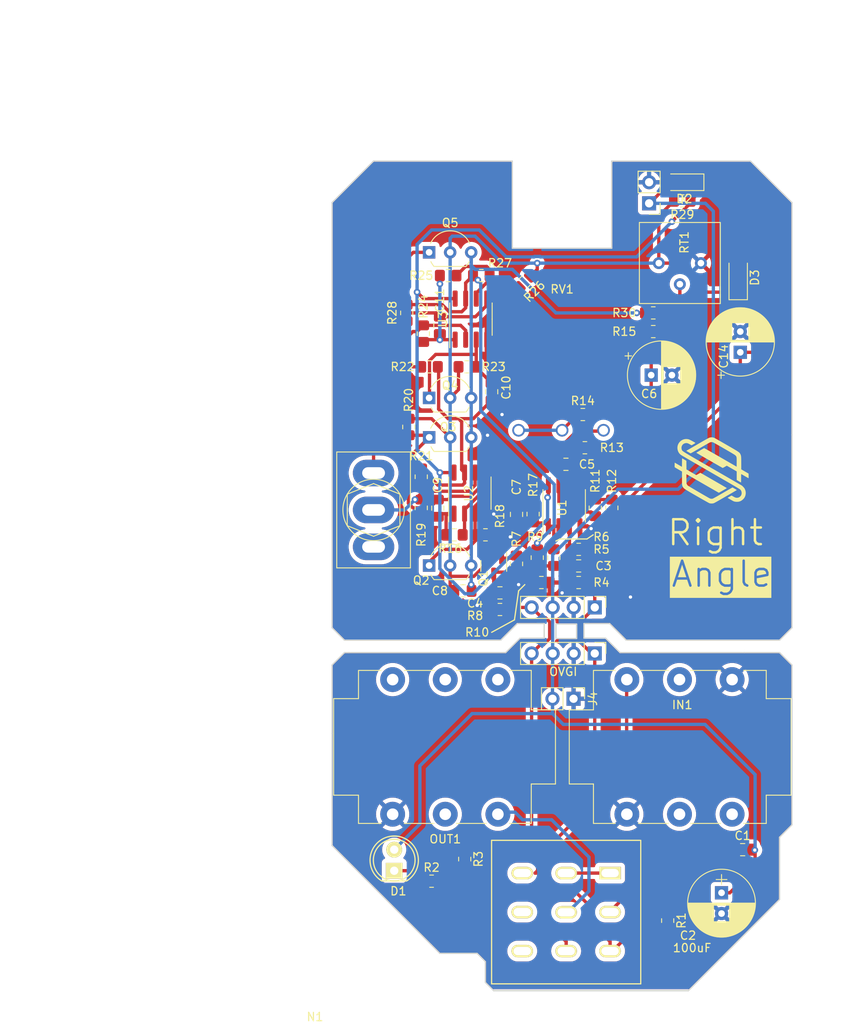
<source format=kicad_pcb>
(kicad_pcb (version 20221018) (generator pcbnew)
  (layers (0 "F.Cu" signal) (31 "B.Cu" signal) (34 "B.Paste" user) (35 "F.Paste" user) (36 "B.SilkS" user "B.Silkscreen") (37 "F.SilkS" user "F.Silkscreen") (38 "B.Mask" user) (39 "F.Mask" user) (44 "Edge.Cuts" user))
  (net 0 "")
  (net 1 "GND")
  (net 2 "+9V")
  (net 3 "Net-(D1-K)")
  (net 4 "O")
  (net 5 "I")
  (net 6 "Net-(SW1C-C)")
  (net 7 "Net-(C3-Pad1)")
  (net 8 "Net-(U1A-+)")
  (net 9 "Net-(Q1-C)")
  (net 10 "Net-(C5-Pad1)")
  (net 11 "Net-(U1B--)")
  (net 12 "Net-(C6-Pad1)")
  (net 13 "Net-(U1A--)")
  (net 14 "Net-(Q2-D)")
  (net 15 "VB")
  (net 16 "VR")
  (net 17 "Net-(C9-Pad1)")
  (net 18 "Net-(Q3-D)")
  (net 19 "Net-(C10-Pad1)")
  (net 20 "Net-(Q4-D)")
  (net 21 "Net-(Q5-D)")
  (net 22 "Net-(D2-K)")
  (net 23 "Net-(Q1-B)")
  (net 24 "Net-(R27-Pad2)")
  (net 25 "Net-(U1B-+)")
  (net 26 "Net-(U2A--)")
  (net 27 "Net-(SW2-B)")
  (net 28 "Net-(U3B--)")
  (net 29 "Net-(SW2-A)")
  (net 30 "Net-(R30-Pad1)")
  (net 31 "Net-(SW99A-B)")
  (net 32 "Net-(SW99B-B)")
  (net 40 "Net-(SW99A-A)")
  (net 41 "Net-(U3A--)")
  (net 42 "Net-(R14-Pad1)")
  (net 43 "Net-(C11-Pad1)")
  (footprint "KiCad Lib:3PDT-Footswitch" (layer "F.Cu") (at 143.25 142.525 180)
    (fp_text reference "SW99" hide)
    (fp_text value "SW_3PDT" hide)
  )
  (footprint "Connector_Audio:Jack_6.35mm_Neutrik_NMJ6HCD2_Horizontal" (layer "F.Cu") (at 135.01 130.73 180)
    (fp_text reference "OUT1")
    (fp_text value "NMJ6HCD2")
  )
  (footprint "Connector_PinHeader_2.54mm:PinHeader_1x02_P2.54mm_Vertical" (layer "F.Cu") (at 153.26 57.09 180)
    (fp_text reference "J1" hide)
    (fp_text value "V+ GND")
  )
  (footprint "Pin_Headers:Pin_Header_Straight_1x04_Pitch2.54mm" (layer "F.Cu") (at 146.7 111.35 -90)
    (fp_text reference "JOVGI1" hide)
    (fp_text value "OVGI")
  )
  (footprint "Pin_Headers:Pin_Header_Straight_1x04_Pitch2.54mm" (layer "F.Cu") (at 146.7 105.8 -90)
    (fp_text reference "JOVGI2" hide)
    (fp_text value "OVGI" hide)
  )
  (footprint "Capacitors_THT:CP_Radial_D8.0mm_P2.50mm" (layer "F.Cu") (at 162 140.2 -90)
    (fp_text reference "C2")
    (fp_text value "100uF")
  )
  (footprint "LEDs:LED-5MM" (layer "F.Cu") (at 122.5 137.54 90)
    (fp_text reference "D1")
    (fp_text value "LED" hide)
  )
  (footprint "Resistor_SMD:R_0805_2012Metric" (layer "F.Cu") (at 155.5 143.55 -90)
    (fp_text reference "R1")
    (fp_text value "1M")
  )
  (footprint "Resistor_SMD:R_0805_2012Metric" (layer "F.Cu") (at 127.01 138.8)
    (fp_text reference "R2")
    (fp_text value "1K")
  )
  (footprint "Resistor_SMD:R_0805_2012Metric" (layer "F.Cu") (at 131.01 136.1375 -90)
    (fp_text reference "R3")
    (fp_text value "1M")
  )
  (footprint "Capacitor_SMD:C_0805_2012Metric_Pad1.18x1.45mm_HandSolder" (layer "F.Cu") (at 164.5475 135)
    (fp_text reference "C1")
    (fp_text value "100nF")
  )
  (footprint "Connector_PinHeader_2.54mm:PinHeader_1x02_P2.54mm_Vertical" (layer "F.Cu") (at 144.14 116.81 -90)
    (fp_text reference "J4")
    (fp_text value "V+ GND")
  )
  (footprint "Connector_Audio:Jack_6.35mm_Neutrik_NMJ6HCD2_Horizontal" (layer "F.Cu") (at 150.575 114.5)
    (fp_text reference "IN1")
    (fp_text value "NMJ6HCD2")
  )
  (footprint "Resistor_SMD:R_0805_2012Metric_Pad1.20x1.40mm_HandSolder" (layer "F.Cu") (at 124.01 70.3 -90)
    (fp_text reference "R28")
    (fp_text value "27K")
  )
  (footprint "Resistor_SMD:R_0805_2012Metric_Pad1.20x1.40mm_HandSolder" (layer "F.Cu") (at 133.01 65.8 180)
    (fp_text reference "R27")
    (fp_text value "10K")
  )
  (footprint "Resistor_SMD:R_0805_2012Metric_Pad1.20x1.40mm_HandSolder" (layer "F.Cu") (at 146.76 93.8 -90)
    (fp_text reference "R11")
    (fp_text value "470K")
  )
  (footprint "Resistor_SMD:R_0805_2012Metric_Pad1.20x1.40mm_HandSolder" (layer "F.Cu") (at 139.76 99.8 -90)
    (fp_text reference "R9")
    (fp_text value "150K")
  )
  (footprint "Capacitor_SMD:C_0805_2012Metric_Pad1.18x1.45mm_HandSolder" (layer "F.Cu") (at 137.26 94.5875 90)
    (fp_text reference "C7")
    (fp_text value "47n")
  )
  (footprint "Resistor_SMD:R_0805_2012Metric_Pad1.20x1.40mm_HandSolder" (layer "F.Cu") (at 144.76 102.8 180)
    (fp_text reference "R4")
    (fp_text value "10K")
  )
  (footprint "Resistor_SMD:R_0805_2012Metric_Pad1.20x1.40mm_HandSolder" (layer "F.Cu") (at 125.76 90.05 90)
    (fp_text reference "R21")
    (fp_text value "10K")
  )
  (footprint "Pedal-Components:tkw" (layer "F.Cu") (at 160.76 89.3)
    (fp_text reference "G***" hide)
    (fp_text value "LOGO" hide)
  )
  (footprint "Resistor_SMD:R_0805_2012Metric_Pad1.20x1.40mm_HandSolder" (layer "F.Cu") (at 153.76 72.55)
    (fp_text reference "R15")
    (fp_text value "3M9")
  )
  (footprint "Pedal-Components:Potentiometer_ALPHA_RV16106N" (layer "F.Cu") (at 142.76 67.945832)
    (fp_text reference "RV1")
    (fp_text value "500KC")
  )
  (footprint "Resistor_SMD:R_0805_2012Metric_Pad1.20x1.40mm_HandSolder" (layer "F.Cu") (at 129.76 97.05 180)
    (fp_text reference "R16")
    (fp_text value "10K")
  )
  (footprint "Package_TO_SOT_THT:TO-92L_Inline_Wide" (layer "F.Cu") (at 126.71 80.55)
    (fp_text reference "Q4")
    (fp_text value "2N5457")
  )
  (footprint "Capacitor_SMD:C_0805_2012Metric_Pad1.18x1.45mm_HandSolder" (layer "F.Cu") (at 143.2225 88.55)
    (fp_text reference "C5")
    (fp_text value "10n")
  )
  (footprint "Package_TO_SOT_THT:TO-92L_Inline_Wide" (layer "F.Cu") (at 126.71 100.75)
    (fp_text reference "Q2")
    (fp_text value "2N5457")
  )
  (footprint "Diode_SMD:D_SOD-123" (layer "F.Cu") (at 157.51 54.55 180)
    (fp_text reference "D2")
    (fp_text value "1N5817")
  )
  (footprint "Package_TO_SOT_THT:TO-92L_Inline_Wide" (layer "F.Cu") (at 126.72 85.3)
    (fp_text reference "Q3")
    (fp_text value "2N5457")
  )
  (footprint "Capacitor_THT:CP_Radial_D8.0mm_P2.50mm" (layer "F.Cu") (at 164.26 75.05 90)
    (fp_text reference "C14")
    (fp_text value "22u")
  )
  (footprint "Resistor_SMD:R_0805_2012Metric_Pad1.20x1.40mm_HandSolder" (layer "F.Cu") (at 140.26 102.8 180)
    (fp_text reference "R10")
    (fp_text value "56K")
  )
  (footprint "Resistor_SMD:R_0805_2012Metric_Pad1.20x1.40mm_HandSolder" (layer "F.Cu") (at 139.26 94.55 90)
    (fp_text reference "R17")
    (fp_text value "10K")
  )
  (footprint "Capacitor_SMD:C_0805_2012Metric_Pad1.18x1.45mm_HandSolder" (layer "F.Cu") (at 135.26 104.05)
    (fp_text reference "C4")
    (fp_text value "47n")
  )
  (footprint "Pedal-Components:SW_Toggle_Blue_wSlots" (layer "F.Cu") (at 120.01 94.05 -90)
    (fp_text reference "SW2" hide)
    (fp_text value "SW_SPST")
  )
  (footprint "Package_TO_SOT_SMD:SOT-23" (layer "F.Cu") (at 134.51 100.8 -90)
    (fp_text reference "Q1")
    (fp_text value "MMBT3906")
  )
  (footprint "Diode_SMD:D_MiniMELF" (layer "F.Cu") (at 164.01 66.05 90)
    (fp_text reference "D3")
    (fp_text value "5V1")
  )
  (footprint "Resistor_SMD:R_0805_2012Metric_Pad1.20x1.40mm_HandSolder" (layer "F.Cu") (at 145.51 86.55)
    (fp_text reference "R13")
    (fp_text value "150K")
  )
  (footprint "Resistor_SMD:R_0805_2012Metric_Pad1.20x1.40mm_HandSolder" (layer "F.Cu") (at 131.26 76.8)
    (fp_text reference "R23")
    (fp_text value "22K")
  )
  (footprint "Resistor_SMD:R_0805_2012Metric_Pad1.20x1.40mm_HandSolder" (layer "F.Cu") (at 135.26 106.05)
    (fp_text reference "R8")
    (fp_text value "150K")
  )
  (footprint "Package_TO_SOT_THT:TO-92L_Inline_Wide" (layer "F.Cu") (at 126.71 63)
    (fp_text reference "Q5")
    (fp_text value "2N5457")
  )
  (footprint "Resistor_SMD:R_0805_2012Metric_Pad1.20x1.40mm_HandSolder" (layer "F.Cu") (at 157.26 56.8 180)
    (fp_text reference "R29")
    (fp_text value "10K")
  )
  (footprint "Package_SO:SOIC-8_3.9x4.9mm_P1.27mm" (layer "F.Cu") (at 131.76 71.05 90)
    (fp_text reference "U3")
    (fp_text value "TL072")
  )
  (footprint "Resistor_SMD:R_0805_2012Metric_Pad1.20x1.40mm_HandSolder" (layer "F.Cu") (at 148.76 93.8 90)
    (fp_text reference "R12")
    (fp_text value "150K")
  )
  (footprint "Resistor_SMD:R_0805_2012Metric_Pad1.20x1.40mm_HandSolder" (layer "F.Cu") (at 138.26 66.55 -135)
    (fp_text reference "R26")
    (fp_text value "22K")
  )
  (footprint "Resistor_SMD:R_0805_2012Metric_Pad1.20x1.40mm_HandSolder" (layer "F.Cu") (at 153.76 70.3 180)
    (fp_text reference "R30")
    (fp_text value "10K")
  )
  (footprint "Resistor_SMD:R_0805_2012Metric_Pad1.20x1.40mm_HandSolder" (layer "F.Cu") (at 126.76 76.8 180)
    (fp_text reference "R22")
    (fp_text value "10K")
  )
  (footprint "Resistor_SMD:R_0805_2012Metric_Pad1.20x1.40mm_HandSolder" (layer "F.Cu") (at 133.51 97.05 180)
    (fp_text reference "R18")
    (fp_text value "22K")
  )
  (footprint "Capacitor_SMD:C_0805_2012Metric_Pad1.18x1.45mm_HandSolder" (layer "F.Cu") (at 134.26 79.8 90)
    (fp_text reference "C10")
    (fp_text value "47n")
  )
  (footprint "Package_SO:SOIC-8_3.9x4.9mm_P1.27mm" (layer "F.Cu") (at 131.625 92.025 90)
    (fp_text reference "U2")
    (fp_text value "TL072")
  )
  (footprint "Capacitor_SMD:C_0805_2012Metric_Pad1.18x1.45mm_HandSolder" (layer "F.Cu") (at 127.76 93.8375 90)
    (fp_text reference "C9")
    (fp_text value "47n")
  )
  (footprint "Potentiometer_THT:Potentiometer_Bourns_3386P_Vertical" (layer "F.Cu") (at 154.43 64.3 -90)
    (fp_text reference "RT1")
    (fp_text value "250K")
  )
  (footprint "Pedal-Components:1590B" (layer "F.Cu") (at 112.94 154.659085)
    (fp_text reference "N1")
    (fp_text value "Housing")
  )
  (footprint "Capacitor_SMD:C_0805_2012Metric_Pad1.18x1.45mm_HandSolder" (layer "F.Cu") (at 128.01 71.8 90)
    (fp_text reference "C11")
    (fp_text value "47n")
  )
  (footprint "Resistor_SMD:R_0805_2012Metric_Pad1.20x1.40mm_HandSolder" (layer "F.Cu") (at 144.76 98.8)
    (fp_text reference "R5")
    (fp_text value "470K")
  )
  (footprint "Capacitor_THT:CP_Radial_D8.0mm_P2.50mm" (layer "F.Cu") (at 153.51 77.8)
    (fp_text reference "C6")
    (fp_text value "15u")
  )
  (footprint "Resistor_SMD:R_0805_2012Metric_Pad1.20x1.40mm_HandSolder" (layer "F.Cu") (at 126.01 72.8 -90)
    (fp_text reference "R24")
    (fp_text value "10K")
  )
  (footprint "Resistor_SMD:R_0805_2012Metric_Pad1.20x1.40mm_HandSolder" (layer "F.Cu") (at 141.76 99.8 -90)
    (fp_text reference "R6")
    (fp_text value "150K")
  )
  (footprint "Capacitor_SMD:C_0805_2012Metric_Pad1.18x1.45mm_HandSolder" (layer "F.Cu") (at 130.7975 103.8)
    (fp_text reference "C8")
    (fp_text value "47n")
  )
  (footprint "Resistor_SMD:R_0805_2012Metric_Pad1.20x1.40mm_HandSolder" (layer "F.Cu") (at 137.26 100.55 -90)
    (fp_text reference "R7")
    (fp_text value "150K")
  )
  (footprint "Resistor_SMD:R_0805_2012Metric_Pad1.20x1.40mm_HandSolder" (layer "F.Cu") (at 124.26 84.05 -90)
    (fp_text reference "R20")
    (fp_text value "22K")
  )
  (footprint "Capacitor_SMD:C_0805_2012Metric_Pad1.18x1.45mm_HandSolder" (layer "F.Cu") (at 144.76 100.8 180)
    (fp_text reference "C3")
    (fp_text value "10n")
  )
  (footprint "Resistor_SMD:R_0805_2012Metric_Pad1.20x1.40mm_HandSolder" (layer "F.Cu") (at 129.01 65.8)
    (fp_text reference "R25")
    (fp_text value "10K")
  )
  (footprint "Resistor_SMD:R_0805_2012Metric_Pad1.20x1.40mm_HandSolder" (layer "F.Cu") (at 145.26 82.55)
    (fp_text reference "R14")
    (fp_text value "4K7")
  )
  (footprint "Package_SO:SOIC-8_3.9x4.9mm_P1.27mm" (layer "F.Cu") (at 143.01 93.55 90)
    (fp_text reference "U1")
    (fp_text value "TL072")
  )
  (footprint "Resistor_SMD:R_0805_2012Metric_Pad1.20x1.40mm_HandSolder" (layer "F.Cu") (at 125.76 93.8 90)
    (fp_text reference "R19")
    (fp_text value "10K")
  )
  (gr_line (start 137.01 107.3) (end 137.51 103.8) (stroke (width 0.15)) (layer "F.SilkS"))
  (gr_line (start 142.51 97.55) (end 142.01 97.8) (stroke (width 0.15)) (layer "F.SilkS"))
  (gr_line (start 134.26 108.8) (end 137.01 107.3) (stroke (width 0.15)) (layer "F.SilkS"))
  (gr_line (start 145.76 97.55) (end 142.51 97.55) (stroke (width 0.15)) (layer "F.SilkS"))
  (gr_line (start 146.51 97.05) (end 145.76 97.55) (stroke (width 0.15)) (layer "F.SilkS"))
  (gr_line (start 137.51 103.8) (end 138.26 103.05) (stroke (width 0.15)) (layer "F.SilkS"))
  (gr_line (start 145.4 107.75) (end 148.5 107.75) (stroke (width 0.15)) (layer "Edge.Cuts"))
  (gr_line (start 137.7 109.5) (end 140.6 109.5) (stroke (width 0.15)) (layer "Edge.Cuts"))
  (gr_line (start 128 147.5) (end 127 146.5) (stroke (width 0.15)) (layer "Edge.Cuts"))
  (gr_line (start 115 134.5) (end 115 121) (stroke (width 0.15)) (layer "Edge.Cuts"))
  (gr_line (start 135.35 109.75) (end 116.5 109.75) (stroke (width 0.15)) (layer "Edge.Cuts"))
  (gr_line (start 145.4 109.5) (end 148 109.5) (stroke (width 0.15)) (layer "Edge.Cuts"))
  (gr_line (start 148.75 62.5) (end 148.75 52) (stroke (width 0.15)) (layer "Edge.Cuts"))
  (gr_line (start 127 146.5) (end 115 134.5) (stroke (width 0.15)) (layer "Edge.Cuts"))
  (gr_line (start 115 57) (end 115 108.25) (stroke (width 0.15)) (layer "Edge.Cuts"))
  (gr_line (start 169 141) (end 158 152) (stroke (width 0.15)) (layer "Edge.Cuts"))
  (gr_line (start 133.5 151) (end 133.5 148.5) (stroke (width 0.15)) (layer "Edge.Cuts"))
  (gr_line (start 149.75 111.25) (end 164.75 111.25) (stroke (width 0.15)) (layer "Edge.Cuts"))
  (gr_line (start 148.5 107.75) (end 150.5 109.75) (stroke (width 0.15)) (layer "Edge.Cuts"))
  (gr_line (start 165.5 52) (end 170.5 57) (stroke (width 0.15)) (layer "Edge.Cuts"))
  (gr_line (start 169 109.75) (end 170.5 108.25) (stroke (width 0.15)) (layer "Edge.Cuts"))
  (gr_line (start 169 133.5) (end 170.5 132) (stroke (width 0.15)) (layer "Edge.Cuts"))
  (gr_line (start 116.5 109.75) (end 115 108.25) (stroke (width 0.15)) (layer "Edge.Cuts"))
  (gr_line (start 140.6 107.75) (end 140.6 109.5) (stroke (width 0.15)) (layer "Edge.Cuts"))
  (gr_line (start 137.35 107.75) (end 135.35 109.75) (stroke (width 0.15)) (layer "Edge.Cuts"))
  (gr_line (start 115 57) (end 120 52) (stroke (width 0.15)) (layer "Edge.Cuts"))
  (gr_line (start 170.5 85) (end 170.5 57) (stroke (width 0.15)) (layer "Edge.Cuts"))
  (gr_line (start 136.75 62.5) (end 148.75 62.5) (stroke (width 0.15)) (layer "Edge.Cuts"))
  (gr_line (start 136.75 52) (end 120 52) (stroke (width 0.15)) (layer "Edge.Cuts"))
  (gr_line (start 170.5 112.75) (end 169 111.25) (stroke (width 0.15)) (layer "Edge.Cuts"))
  (gr_line (start 135.95 111.25) (end 117 111.25) (stroke (width 0.15)) (layer "Edge.Cuts"))
  (gr_line (start 134.5 152) (end 158 152) (stroke (width 0.15)) (layer "Edge.Cuts"))
  (gr_line (start 116.5 109.75) (end 116.5 109.75) (stroke (width 0.15)) (layer "Edge.Cuts"))
  (gr_line (start 137.7 109.5) (end 135.95 111.25) (stroke (width 0.15)) (layer "Edge.Cuts"))
  (gr_line (start 169 133.5) (end 169 141) (stroke (width 0.15)) (layer "Edge.Cuts"))
  (gr_line (start 170.5 108.25) (end 170.5 85) (stroke (width 0.15)) (layer "Edge.Cuts"))
  (gr_line (start 136.75 52) (end 136.75 62.5) (stroke (width 0.15)) (layer "Edge.Cuts"))
  (gr_line (start 134.5 152) (end 133.5 151) (stroke (width 0.15)) (layer "Edge.Cuts"))
  (gr_line (start 133.5 148.5) (end 132.5 147.5) (stroke (width 0.15)) (layer "Edge.Cuts"))
  (gr_line (start 115 112.75) (end 115 121) (stroke (width 0.15)) (layer "Edge.Cuts"))
  (gr_line (start 148.75 52) (end 165.5 52) (stroke (width 0.15)) (layer "Edge.Cuts"))
  (gr_line (start 132.5 147.5) (end 128.5 147.5) (stroke (width 0.15)) (layer "Edge.Cuts"))
  (gr_line (start 145.4 107.75) (end 145.4 109.5) (stroke (width 0.15)) (layer "Edge.Cuts"))
  (gr_line (start 169 111.25) (end 164.75 111.25) (stroke (width 0.15)) (layer "Edge.Cuts"))
  (gr_line (start 116.5 111.25) (end 115 112.75) (stroke (width 0.15)) (layer "Edge.Cuts"))
  (gr_rect (start 142.01 107.8) (end 144.51 109.55) (stroke (width 0.15)) (fill none) (layer "Edge.Cuts"))
  (gr_line (start 148 109.5) (end 149.75 111.25) (stroke (width 0.15)) (layer "Edge.Cuts"))
  (gr_line (start 170.5 132) (end 170.5 112.75) (stroke (width 0.15)) (layer "Edge.Cuts"))
  (gr_line (start 128.5 147.5) (end 128 147.5) (stroke (width 0.15)) (layer "Edge.Cuts"))
  (gr_line (start 137.35 107.75) (end 140.6 107.75) (stroke (width 0.15)) (layer "Edge.Cuts"))
  (gr_line (start 150.5 109.75) (end 169 109.75) (stroke (width 0.15)) (layer "Edge.Cuts"))
  (gr_line (start 117 111.25) (end 116.5 111.25) (stroke (width 0.15)) (layer "Edge.Cuts"))
  (gr_text "Right" (at 155.26 98.55) (layer "F.SilkS") (effects (font (size 3 3) (thickness 0.3)) (justify left bottom)))
  (gr_text "Angle" (at 155.76 103.55) (layer "F.SilkS" knockout) (effects (font (size 3 3) (thickness 0.3)) (justify left bottom)))
  (via (at 151.01 104.55) (size 0.8) (drill 0.4) (layers "F.Cu" "B.Cu") (net 1))
  (via (at 146.26 96.3) (size 0.8) (drill 0.4) (layers "F.Cu" "B.Cu") (net 1))
  (via (at 142.76 104.05) (size 0.8) (drill 0.4) (layers "F.Cu" "B.Cu") (net 1))
  (via (at 137.51 103.05) (size 0.8) (drill 0.4) (layers "F.Cu" "B.Cu") (net 1))
  (via (at 134.51 94.55) (size 0.8) (drill 0.4) (layers "F.Cu" "B.Cu") (net 1))
  (via (at 135.51 82.55) (size 0.8) (drill 0.4) (layers "F.Cu" "B.Cu") (net 1))
  (via (at 136.51 97.3) (size 0.8) (drill 0.4) (layers "F.Cu" "B.Cu") (net 1))
  (via (at 133.76 85.05) (size 0.8) (drill 0.4) (layers "F.Cu" "B.Cu") (net 1))
  (via (at 132.51 105.55) (size 0.8) (drill 0.4) (layers "F.Cu" "B.Cu") (net 1))
  (segment (start 162 140.2) (end 163 140.2) (width 0.4) (layer "F.Cu") (net 2))
  (segment (start 166.01 135.05) (end 166.05 135.01) (width 0.4) (layer "F.Cu") (net 2))
  (segment (start 163 140.2) (end 166.05 137.15) (width 0.4) (layer "F.Cu") (net 2))
  (segment (start 166.05 137.15) (end 166.05 135.09) (width 0.4) (layer "F.Cu") (net 2))
  (segment (start 153.32 57.09) (end 155.86 54.55) (width 0.4) (layer "F.Cu") (net 2))
  (segment (start 166.05 135.01) (end 166.05 135) (width 0.4) (layer "F.Cu") (net 2))
  (segment (start 166.05 135.09) (end 166.01 135.05) (width 0.4) (layer "F.Cu") (net 2))
  (via (at 166.01 135.05) (size 0.8) (drill 0.4) (layers "F.Cu" "B.Cu") (net 2))
  (segment (start 161.01 58.05) (end 161.01 87.3) (width 0.4) (layer "B.Cu") (net 2))
  (segment (start 153.26 57.09) (end 160.05 57.09) (width 0.4) (layer "B.Cu") (net 2))
  (segment (start 125.6 131.9) (end 122.5 135) (width 0.4) (layer "B.Cu") (net 2))
  (segment (start 141.6 118.6) (end 142.9 119.9) (width 0.4) (layer "B.Cu") (net 2))
  (segment (start 131.9 118.6) (end 125.6 124.9) (width 0.4) (layer "B.Cu") (net 2))
  (segment (start 149.51 91.55) (end 141.62 99.44) (width 0.4) (layer "B.Cu") (net 2))
  (segment (start 141.62 111.35) (end 141.62 112.552081) (width 0.4) (layer "B.Cu") (net 2))
  (segment (start 141.6 112.572081) (end 141.6 118.1) (width 0.4) (layer "B.Cu") (net 2))
  (segment (start 160 119.9) (end 166.05 125.95) (width 0.4) (layer "B.Cu") (net 2))
  (segment (start 160.05 57.09) (end 161.01 58.05) (width 0.4) (layer "B.Cu") (net 2))
  (segment (start 141.6 118.1) (end 141.6 118.6) (width 0.4) (layer "B.Cu") (net 2))
  (segment (start 125.6 124.9) (end 125.6 131.9) (width 0.4) (layer "B.Cu") (net 2))
  (segment (start 141.62 99.44) (end 141.62 105.8) (width 0.4) (layer "B.Cu") (net 2))
  (segment (start 141.6 116.81) (end 141.6 118.1) (width 0.4) (layer "B.Cu") (net 2))
  (segment (start 142.9 119.9) (end 160 119.9) (width 0.4) (layer "B.Cu") (net 2))
  (segment (start 141.62 112.552081) (end 141.6 112.572081) (width 0.4) (layer "B.Cu") (net 2))
  (segment (start 141.62 105.8) (end 141.62 111.35) (width 0.4) (layer "B.Cu") (net 2))
  (segment (start 166.05 125.95) (end 166.05 135) (width 0.4) (layer "B.Cu") (net 2))
  (segment (start 156.76 91.55) (end 149.51 91.55) (width 0.4) (layer "B.Cu") (net 2))
  (segment (start 161.01 87.3) (end 156.76 91.55) (width 0.4) (layer "B.Cu") (net 2))
  (segment (start 141.6 118.6) (end 131.9 118.6) (width 0.4) (layer "B.Cu") (net 2))
  (segment (start 124.8375 137.54) (end 122.5 137.54) (width 0.4) (layer "F.Cu") (net 3))
  (segment (start 126.0975 138.8) (end 124.8375 137.54) (width 0.4) (layer "F.Cu") (net 3))
  (segment (start 139.08 111.35) (end 139.08 132.92) (width 0.4) (layer "F.Cu") (net 4))
  (segment (start 140.13 110.3) (end 139.08 111.35) (width 0.4) (layer "F.Cu") (net 4))
  (segment (start 140.76 107.05) (end 141.26 107.55) (width 0.4) (layer "F.Cu") (net 4))
  (segment (start 141.26 109.55) (end 140.51 110.3) (width 0.4) (layer "F.Cu") (net 4))
  (segment (start 139.08 105.8) (end 140.33 107.05) (width 0.4) (layer "F.Cu") (net 4))
  (segment (start 140.6 143.425) (end 143.25 146.075) (width 0.4) (layer "F.Cu") (net 4))
  (segment (start 141.26 107.55) (end 141.26 109.55) (width 0.4) (layer "F.Cu") (net 4))
  (segment (start 136.98 135.02) (end 131 135.02) (width 0.4) (layer "F.Cu") (net 4))
  (segment (start 139.08 132.92) (end 136.98 135.02) (width 0.4) (layer "F.Cu") (net 4))
  (segment (start 140.33 107.05) (end 140.76 107.05) (width 0.4) (layer "F.Cu") (net 4))
  (segment (start 140.51 110.3) (end 140.13 110.3) (width 0.4) (layer "F.Cu") (net 4))
  (segment (start 131.22 135.02) (end 136.4 140.2) (width 0.4) (layer "F.Cu") (net 4))
  (segment (start 143.25 146.075) (end 143.25 147.225) (width 0.4) (layer "F.Cu") (net 4))
  (segment (start 139.08 105.8) (end 136.51 105.8) (width 0.4) (layer "F.Cu") (net 4))
  (segment (start 140.6 141.6) (end 140.6 143.425) (width 0.4) (layer "F.Cu") (net 4))
  (segment (start 136.2975 104.05) (end 136.2975 106.0125) (width 0.4) (layer "F.Cu") (net 4))
  (segment (start 139.2 140.2) (end 140.6 141.6) (width 0.4) (layer "F.Cu") (net 4))
  (segment (start 136.4 140.2) (end 139.2 140.2) (width 0.4) (layer "F.Cu") (net 4))
  (segment (start 148.55 146.075) (end 145.9 143.425) (width 0.4) (layer "F.Cu") (net 5))
  (segment (start 148.55 147.225) (end 148.55 146.075) (width 0.4) (layer "F.Cu") (net 5))
  (segment (start 155.5 142.6375) (end 153.4225 142.6375) (width 0.4) (layer "F.Cu") (net 5))
  (segment (start 146.7 111.35) (end 146.7 122.94) (width 0.4) (layer "F.Cu") (net 5))
  (segment (start 141.6 140.1) (end 140.5 139) (width 0.4) (layer "F.Cu") (net 5))
  (segment (start 145 130.8) (end 145 124.64) (width 0.4) (layer "F.Cu") (net 5))
  (segment (start 146.7 103.74) (end 145.76 102.8) (width 0.4) (layer "F.Cu") (net 5))
  (segment (start 139.8 137.525) (end 139.8 136) (width 0.4) (layer "F.Cu") (net 5))
  (segment (start 145 124.64) (end 146.7 122.94) (width 0.4) (layer "F.Cu") (net 5))
  (segment (start 145.01 110.05) (end 146.31 111.35) (width 0.4) (layer "F.Cu") (net 5))
  (segment (start 139.825 137.825) (end 139.5 137.825) (width 0.4) (layer "F.Cu") (net 5))
  (segment (start 139.8 136) (end 145 130.8) (width 0.4) (layer "F.Cu") (net 5))
  (segment (start 140.5 138.5) (end 139.825 137.825) (width 0.4) (layer "F.Cu") (net 5))
  (segment (start 146.7 105.8) (end 145.01 107.49) (width 0.4) (layer "F.Cu") (net 5))
  (segment (start 140.5 139) (end 140.5 138.5) (width 0.4) (layer "F.Cu") (net 5))
  (segment (start 145.9 141.6) (end 144.4 140.1) (width 0.4) (layer "F.Cu") (net 5))
  (segment (start 153.4225 142.6375) (end 148.835 147.225) (width 0.4) (layer "F.Cu") (net 5))
  (segment (start 144.4 140.1) (end 141.6 140.1) (width 0.4) (layer "F.Cu") (net 5))
  (segment (start 146.7 105.8) (end 146.7 103.74) (width 0.4) (layer "F.Cu") (net 5))
  (segment (start 139.5 137.825) (end 139.8 137.525) (width 0.4) (layer "F.Cu") (net 5))
  (segment (start 145.01 107.49) (end 145.01 110.05) (width 0.4) (layer "F.Cu") (net 5))
  (segment (start 145.9 143.425) (end 145.9 141.6) (width 0.4) (layer "F.Cu") (net 5))
  (segment (start 143.7975 102.8) (end 145.7975 100.8) (width 0.4) (layer "F.Cu") (net 7))
  (segment (start 143.645 96.025) (end 143.645 100.7225) (width 0.4) (layer "F.Cu") (net 8))
  (segment (start 137.26 101.55) (end 134.6975 101.55) (width 0.4) (layer "F.Cu") (net 9))
  (segment (start 134.6975 101.55) (end 134.51 101.7375) (width 0.4) (layer "F.Cu") (net 9))
  (segment (start 134.51 101.7375) (end 134.51 103.7625) (width 0.4) (layer "F.Cu") (net 9))
  (segment (start 138.01 101.55) (end 139.26 102.8) (width 0.4) (layer "F.Cu") (net 9))
  (segment (start 137.26 101.55) (end 138.01 101.55) (width 0.4) (layer "F.Cu") (net 9))
  (segment (start 146.26 94.3) (end 146.76 94.8) (width 0.4) (layer "F.Cu") (net 10))
  (segment (start 143.51 94.3) (end 146.26 94.3) (width 0.4) (layer "F.Cu") (net 10))
  (segment (start 142.375 93.165) (end 143.51 94.3) (width 0.4) (layer "F.Cu") (net 10))
  (segment (start 142.375 91.075) (end 142.375 86.685) (width 0.4) (layer "F.Cu") (net 10))
  (segment (start 144.51 84.55) (end 147.655832 84.55) (width 0.4) (layer "F.Cu") (net 10))
  (segment (start 142.375 86.685) (end 144.51 84.55) (width 0.4) (layer "F.Cu") (net 10))
  (segment (start 142.375 91.075) (end 142.375 93.165) (width 0.4) (layer "F.Cu") (net 10))
  (segment (start 143.645 89.165) (end 144.26 88.55) (width 0.4) (layer "F.Cu") (net 11))
  (segment (start 144.26 88.55) (end 144.26 86.8) (width 0.4) (layer "F.Cu") (net 11))
  (segment (start 143.645 91.075) (end 143.645 89.165) (width 0.4) (layer "F.Cu") (net 11))
  (segment (start 153.51 77.8) (end 153.51 79.3) (width 0.4) (layer "F.Cu") (net 12))
  (segment (start 153.51 79.3) (end 149.51 83.3) (width 0.4) (layer "F.Cu") (net 12))
  (segment (start 149.51 83.3) (end 150.01 83.8) (width 0.4) (layer "F.Cu") (net 12))
  (segment (start 150.01 83.8) (end 150.01 86.05) (width 0.4) (layer "F.Cu") (net 12))
  (segment (start 149.51 86.55) (end 146.51 86.55) (width 0.4) (layer "F.Cu") (net 12))
  (segment (start 153.51 73.8) (end 153.51 77.8) (width 0.4) (layer "F.Cu") (net 12))
  (segment (start 146.26 82.55) (end 148.76 82.55) (width 0.4) (layer "F.Cu") (net 12))
  (segment (start 148.76 82.55) (end 149.51 83.3) (width 0.4) (layer "F.Cu") (net 12))
  (segment (start 154.76 72.55) (end 153.51 73.8) (width 0.4) (layer "F.Cu") (net 12))
  (segment (start 150.01 86.05) (end 149.51 86.55) (width 0.4) (layer "F.Cu") (net 12))
  (segment (start 140.705 95.625) (end 141.105 96.025) (width 0.4) (layer "F.Cu") (net 13))
  (segment (start 141.76 96.025) (end 141.105 96.025) (width 0.4) (layer "F.Cu") (net 13))
  (segment (start 141.76 98.8) (end 141.76 96.025) (width 0.4) (layer "F.Cu") (net 13))
  (segment (start 142.375 96.025) (end 141.76 96.025) (width 0.4) (layer "F.Cu") (net 13))
  (segment (start 137.26 95.625) (end 140.705 95.625) (width 0.4) (layer "F.Cu") (net 13))
  (segment (start 131.26 98.8) (end 132.51 97.55) (width 0.4) (layer "F.Cu") (net 14))
  (segment (start 137.26 92.55) (end 137.26 93.55) (width 0.4) (layer "F.Cu") (net 14))
  (segment (start 126.71 100.35) (end 128.26 98.8) (width 0.4) (layer "F.Cu") (net 14))
  (segment (start 132.26 94.5) (end 132.26 93.595584) (width 0.4) (layer "F.Cu") (net 14))
  (segment (start 128.26 98.8) (end 131.26 98.8) (width 0.4) (layer "F.Cu") (net 14))
  (segment (start 132.26 93.595584) (end 133.805584 92.05) (width 0.4) (layer "F.Cu") (net 14))
  (segment (start 136.76 92.05) (end 137.26 92.55) (width 0.4) (layer "F.Cu") (net 14))
  (segment (start 133.805584 92.05) (end 136.76 92.05) (width 0.4) (layer "F.Cu") (net 14))
  (segment (start 132.26 94.5) (end 132.26 96.8) (width 0.4) (layer "F.Cu") (net 14))
  (segment (start 130.26 79.54) (end 129.25 80.55) (width 0.4) (layer "F.Cu") (net 15))
  (segment (start 139.76 65.05) (end 139.76 64.3) (width 0.4) (layer "F.Cu") (net 15))
  (segment (start 133.56 100.606346) (end 132.116346 102.05) (width 0.4) (layer "F.Cu") (net 15))
  (segment (start 164.01 67.8) (end 160.26 67.8) (width 0.4) (layer "F.Cu") (net 15))
  (segment (start 133.56 99.8625) (end 133.56 100.606346) (width 0.4) (layer "F.Cu") (net 15))
  (segment (start 168.01 74.55) (end 167.51 75.05) (width 0.4) (layer "F.Cu") (net 15))
  (segment (start 156.76 64.3) (end 154.43 64.3) (width 0.4) (layer "F.Cu") (net 15))
  (segment (start 154.43 58.63) (end 154.43 64.3) (width 0.4) (layer "F.Cu") (net 15))
  (segment (start 167.51 75.05) (end 164.26 75.05) (width 0.4) (layer "F.Cu") (net 15))
  (segment (start 134.51 98.9125) (end 133.56 99.8625) (width 0.4) (layer "F.Cu") (net 15))
  (segment (start 145.76 98.8) (end 148.76 95.8) (width 0.4) (layer "F.Cu") (net 15))
  (segment (start 124.26 83.05) (end 127.01 83.05) (width 0.4) (layer "F.Cu") (net 15))
  (segment (start 129.25 102.05) (end 129.25 103.29) (width 0.4) (layer "F.Cu") (net 15))
  (segment (start 134.51 97.05) (end 134.51 98.9125) (width 0.4) (layer "F.Cu") (net 15))
  (segment (start 164.26 79.3) (end 164.26 75.05) (width 0.4) (layer "F.Cu") (net 15))
  (segment (start 148.76 95.8) (end 148.76 94.8) (width 0.4) (layer "F.Cu") (net 15))
  (segment (start 168.01 70.05) (end 168.01 74.55) (width 0.4) (layer "F.Cu") (net 15))
  (segment (start 130.26 76.8) (end 130.26 79.54) (width 0.4) (layer "F.Cu") (net 15))
  (segment (start 132.116346 102.05) (end 129.25 102.05) (width 0.4) (layer "F.Cu") (net 15))
  (segment (start 160.26 67.8) (end 156.76 64.3) (width 0.4) (layer "F.Cu") (net 15))
  (segment (start 127.01 83.05) (end 129.26 85.3) (width 0.4) (layer "F.Cu") (net 15))
  (segment (start 164.01 67.8) (end 165.76 67.8) (width 0.4) (layer "F.Cu") (net 15))
  (segment (start 129.25 100.75) (end 129.25 102.05) (width 0.4) (layer "F.Cu") (net 15))
  (segment (start 148.76 94.8) (end 164.26 79.3) (width 0.4) (layer "F.Cu") (net 15))
  (segment (start 138.967107 65.842893) (end 139.76 65.05) (width 0.4) (layer "F.Cu") (net 15))
  (segment (start 129.25 103.29) (end 129.76 103.8) (width 0.4) (layer "F.Cu") (net 15))
  (segment (start 165.76 67.8) (end 168.01 70.05) (width 0.4) (layer "F.Cu") (net 15))
  (segment (start 156.26 56.8) (end 154.43 58.63) (width 0.4) (layer "F.Cu") (net 15))
  (via (at 139.76 64.3) (size 0.8) (drill 0.4) (layers "F.Cu" "B.Cu") (net 15))
  (segment (start 154.43 64.3) (end 135.51 64.3) (width 0.4) (layer "B.Cu") (net 15))
  (segment (start 129.25 63) (end 129.25 80.55) (width 0.4) (layer "B.Cu") (net 15))
  (segment (start 132.26 61.05) (end 129.51 61.05) (width 0.4) (layer "B.Cu") (net 15))
  (segment (start 129.25 100.75) (end 129.25 85.31) (width 0.4) (layer "B.Cu") (net 15))
  (segment (start 135.51 64.3) (end 132.26 61.05) (width 0.4) (layer "B.Cu") (net 15))
  (segment (start 129.51 61.05) (end 129.25 61.31) (width 0.4) (layer "B.Cu") (net 15))
  (segment (start 129.25 61.31) (end 129.25 63) (width 0.4) (layer "B.Cu") (net 15))
  (segment (start 129.25 80.55) (end 129.25 85.29) (width 0.4) (layer "B.Cu") (net 15))
  (segment (start 152.76 70.3) (end 152.76 72.55) (width 0.4) (layer "F.Cu") (net 16))
  (segment (start 151.76 70.3) (end 152.76 70.3) (width 0.4) (layer "F.Cu") (net 16))
  (via (at 151.76 70.3) (size 0.8) (drill 0.4) (layers "F.Cu" "B.Cu") (net 16))
  (via (at 131.79 103.05) (size 0.8) (drill 0.4) (layers "F.Cu" "B.Cu") (net 16))
  (segment (start 142.01 70.3) (end 151.76 70.3) (width 0.4) (layer "B.Cu") (net 16))
  (segment (start 131.79 100.75) (end 131.79 103.05) (width 0.4) (layer "B.Cu") (net 16))
  (segment (start 131.79 64.58) (end 132.26 65.05) (width 0.4) (layer "B.Cu") (net 16))
  (segment (start 131.79 63) (end 131.79 64.58) (width 0.4) (layer "B.Cu") (net 16))
  (segment (start 131.8 85.3) (end 131.8 100.74) (width 0.4) (layer "B.Cu") (net 16))
  (segment (start 131.79 63) (end 131.79 80.55) (width 0.4) (layer "B.Cu") (net 16))
  (segment (start 136.76 65.05) (end 142.01 70.3) (width 0.4) (layer "B.Cu") (net 16))
  (segment (start 132.26 65.05) (end 136.76 65.05) (width 0.4) (layer "B.Cu") (net 16))
  (segment (start 131.79 80.55) (end 131.79 85.29) (width 0.4) (layer "B.Cu") (net 16))
  (segment (start 128.76 94.75) (end 129.01 94.5) (width 0.4) (layer "F.Cu") (net 17))
  (segment (start 128.76 97.05) (end 128.76 94.75) (width 0.4) (layer "F.Cu") (net 17))
  (segment (start 129.01 94.5) (end 126.06 94.5) (width 0.4) (layer "F.Cu") (net 17))
  (segment (start 129.72 94.5) (end 129.01 94.5) (width 0.4) (layer "F.Cu") (net 17))
  (segment (start 129.41 92.4) (end 131.758528 92.4) (width 0.4) (layer "F.Cu") (net 18))
  (segment (start 126.72 85.3) (end 124.21 87.81) (width 0.4) (layer "F.Cu") (net 18))
  (segment (start 124.21 93.25) (end 124.76 93.8) (width 0.4) (layer "F.Cu") (net 18))
  (segment (start 127.76 92.8) (end 129.01 92.8) (width 0.4) (layer "F.Cu") (net 18))
  (segment (start 133.53 90.628528) (end 133.53 89.55) (width 0.4) (layer "F.Cu") (net 18))
  (segment (start 126.76 93.8) (end 127.76 92.8) (width 0.4) (layer "F.Cu") (net 18))
  (segment (start 131.758528 92.4) (end 133.53 90.628528) (width 0.4) (layer "F.Cu") (net 18))
  (segment (start 124.26 85.05) (end 126.47 85.05) (width 0.4) (layer "F.Cu") (net 18))
  (segment (start 124.21 87.81) (end 124.21 93.25) (width 0.4) (layer "F.Cu") (net 18))
  (segment (start 129.01 92.8) (end 129.41 92.4) (width 0.4) (layer "F.Cu") (net 18))
  (segment (start 124.76 93.8) (end 126.76 93.8) (width 0.4) (layer "F.Cu") (net 18))
  (segment (start 132.0475 83.05) (end 134.26 80.8375) (width 0.4) (layer "F.Cu") (net 19))
  (segment (start 127.76 91.05) (end 130.76 91.05) (width 0.4) (layer "F.Cu") (net 19))
  (segment (start 130.64 89.2) (end 130.64 83.43) (width 0.4) (layer "F.Cu") (net 19))
  (segment (start 130.99 90.78) (end 130.99 89.55) (width 0.4) (layer "F.Cu") (net 19))
  (segment (start 130.76 91.05) (end 131.01 90.8) (width 0.4) (layer "F.Cu") (net 19))
  (segment (start 125.76 89.05) (end 127.76 91.05) (width 0.4) (layer "F.Cu") (net 19))
  (segment (start 131.01 90.8) (end 130.99 90.78) (width 0.4) (layer "F.Cu") (net 19))
  (segment (start 130.64 83.43) (end 130.435 83.225) (width 0.4) (layer "F.Cu") (net 19))
  (segment (start 129.01 83.05) (end 132.0475 83.05) (width 0.4) (layer "F.Cu") (net 19))
  (segment (start 127.86 76.9) (end 127.86 81.9) (width 0.4) (layer "F.Cu") (net 19))
  (segment (start 127.86 81.9) (end 129.01 83.05) (width 0.4) (layer "F.Cu") (net 19))
  (segment (start 130.99 89.55) (end 130.64 89.2) (width 0.4) (layer "F.Cu") (net 19))
  (segment (start 127.51 75.3) (end 132.395 75.3) (width 0.4) (layer "F.Cu") (net 20))
  (segment (start 126.76 76.05) (end 127.51 75.3) (width 0.4) (layer "F.Cu") (net 20))
  (segment (start 132.395 73.525) (end 132.395 75.3) (width 0.4) (layer "F.Cu") (net 20))
  (segment (start 126.76 80.5) (end 126.76 76.05) (width 0.4) (layer "F.Cu") (net 20))
  (segment (start 132.395 75.3) (end 132.395 77.185) (width 0.4) (layer "F.Cu") (net 20))
  (segment (start 132.2975 76.8) (end 134.26 78.7625) (width 0.4) (layer "F.Cu") (net 20))
  (segment (start 128.01 70.7625) (end 127.5475 70.3) (width 0.4) (layer "F.Cu") (net 21))
  (segment (start 136.235 68.575) (end 133.665 68.575) (width 0.4) (layer "F.Cu") (net 21))
  (segment (start 124.81 63) (end 126.71 63) (width 0.4) (layer "F.Cu") (net 21))
  (segment (start 128.01 70.7625) (end 132.2975 70.7625) (width 0.4) (layer "F.Cu") (net 21))
  (segment (start 133.665 69.395) (end 133.665 69.057817) (width 0.4) (layer "F.Cu") (net 21))
  (segment (start 132.2975 70.7625) (end 133.665 69.395) (width 0.4) (layer "F.Cu") (net 21))
  (segment (start 122.91 69.919239) (end 122.91 64.9) (width 0.4) (layer "F.Cu") (net 21))
  (segment (start 122.91 64.9) (end 124.81 63) (width 0.4) (layer "F.Cu") (net 21))
  (segment (start 127.5475 70.3) (end 123.290761 70.3) (width 0.4) (layer "F.Cu") (net 21))
  (segment (start 137.552893 67.257107) (end 136.235 68.575) (width 0.4) (layer "F.Cu") (net 21))
  (segment (start 123.290761 70.3) (end 122.91 69.919239) (width 0.4) (layer "F.Cu") (net 21))
  (segment (start 141.105 91.075) (end 141.105 92.455) (width 0.4) (layer "F.Cu") (net 22))
  (segment (start 129.72 89.55) (end 128.01 89.55) (width 0.4) (layer "F.Cu") (net 22))
  (segment (start 159.16 54.55) (end 159.16 55.9) (width 0.4) (layer "F.Cu") (net 22))
  (segment (start 158.26 57.05) (end 156.01 59.3) (width 0.4) (layer "F.Cu") (net 22))
  (segment (start 126.035 68.575) (end 125.26 67.8) (width 0.4) (layer "F.Cu") (net 22))
  (segment (start 159.16 55.9) (end 158.26 56.8) (width 0.4) (layer "F.Cu") (net 22))
  (segment (start 158.26 56.8) (end 158.26 57.05) (width 0.4) (layer "F.Cu") (net 22))
  (segment (start 141.105 92.455) (end 141.01 92.55) (width 0.4) (layer "F.Cu") (net 22))
  (segment (start 129.855 68.575) (end 126.035 68.575) (width 0.4) (layer "F.Cu") (net 22))
  (via (at 125.26 67.8) (size 0.8) (drill 0.4) (layers "F.Cu" "B.Cu") (net 22))
  (via (at 141.01 92.55) (size 0.8) (drill 0.4) (layers "F.Cu" "B.Cu") (net 22))
  (via (at 156.01 59.3) (size 0.8) (drill 0.4) (layers "F.Cu" "B.Cu") (net 22))
  (via (at 128.01 89.55) (size 0.8) (drill 0.4) (layers "F.Cu" "B.Cu") (net 22))
  (segment (start 125.26 86.8) (end 128.01 89.55) (width 0.4) (layer "B.Cu") (net 22))
  (segment (start 156.01 59.3) (end 151.76 63.55) (width 0.4) (layer "B.Cu") (net 22))
  (segment (start 141.01 95.148528) (end 141.01 92.55) (width 0.4) (layer "B.Cu") (net 22))
  (segment (start 132.008528 104.15) (end 141.01 95.148528) (width 0.4) (layer "B.Cu") (net 22))
  (segment (start 136.01 63.55) (end 132.76 60.3) (width 0.4) (layer "B.Cu") (net 22))
  (segment (start 125.26 67.8) (end 125.26 86.8) (width 0.4) (layer "B.Cu") (net 22))
  (segment (start 140.141371 63.55) (end 140.091371 63.5) (width 0.4) (layer "B.Cu") (net 22))
  (segment (start 125.26 62.05) (end 125.26 67.8) (width 0.4) (layer "B.Cu") (net 22))
  (segment (start 128.01 101.136346) (end 131.023654 104.15) (width 0.4) (layer "B.Cu") (net 22))
  (segment (start 132.76 60.3) (end 127.01 60.3) (width 0.4) (layer "B.Cu") (net 22))
  (segment (start 127.01 60.3) (end 125.26 62.05) (width 0.4) (layer "B.Cu") (net 22))
  (segment (start 151.76 63.55) (end 140.141371 63.55) (width 0.4) (layer "B.Cu") (net 22))
  (segment (start 139.428629 63.5) (end 139.378629 63.55) (width 0.4) (layer "B.Cu") (net 22))
  (segment (start 131.023654 104.15) (end 132.008528 104.15) (width 0.4) (layer "B.Cu") (net 22))
  (segment (start 139.378629 63.55) (end 136.01 63.55) (width 0.4) (layer "B.Cu") (net 22))
  (segment (start 140.091371 63.5) (end 139.428629 63.5) (width 0.4) (layer "B.Cu") (net 22))
  (segment (start 128.01 89.55) (end 128.01 101.136346) (width 0.4) (layer "B.Cu") (net 22))
  (segment (start 139.26 100.8) (end 138.01 99.55) (width 0.4) (layer "F.Cu") (net 23))
  (segment (start 138.01 99.55) (end 137.26 99.55) (width 0.4) (layer "F.Cu") (net 23))
  (segment (start 135.46 99.8625) (end 136.9475 99.8625) (width 0.4) (layer "F.Cu") (net 23))
  (segment (start 141.76 100.8) (end 139.26 100.8) (width 0.4) (layer "F.Cu") (net 23))
  (segment (start 129.141739 70.1625) (end 128.279239 69.3) (width 0.4) (layer "F.Cu") (net 24))
  (segment (start 139.76 98.8) (end 139.76 98.05) (width 0.4) (layer "F.Cu") (net 24))
  (segment (start 130.6475 70.1625) (end 129.141739 70.1625) (width 0.4) (layer "F.Cu") (net 24))
  (segment (start 128.279239 69.3) (end 124.01 69.3) (width 0.4) (layer "F.Cu") (net 24))
  (segment (start 131.125 69.685) (end 130.6475 70.1625) (width 0.4) (layer "F.Cu") (net 24))
  (segment (start 131.125 66.685) (end 132.01 65.8) (width 0.4) (layer "F.Cu") (net 24))
  (segment (start 131.125 68.575) (end 131.125 69.685) (width 0.4) (layer "F.Cu") (net 24))
  (segment (start 131.125 68.575) (end 131.125 66.685) (width 0.4) (layer "F.Cu") (net 24))
  (via (at 132.5895 66.340455) (size 0.8) (drill 0.4) (layers "F.Cu" "B.Cu") (net 24))
  (via (at 139.76 98.05) (size 0.8) (drill 0.4) (layers "F.Cu" "B.Cu") (net 24))
  (segment (start 132.550455 66.340455) (end 132.5895 66.340455) (width 0.4) (layer "B.Cu") (net 24))
  (segment (start 141.81 96) (end 141.81 90.97) (width 0.4) (layer "B.Cu") (net 24))
  (segment (start 141.81 90.97) (end 132.94 82.1) (width 0.4) (layer "B.Cu") (net 24))
  (segment (start 132.94 66.73) (end 132.550455 66.340455) (width 0.4) (layer "B.Cu") (net 24))
  (segment (start 132.94 82.1) (end 132.94 66.73) (width 0.4) (layer "B.Cu") (net 24))
  (segment (start 139.76 98.05) (end 141.81 96) (width 0.4) (layer "B.Cu") (net 24))
  (segment (start 146.76 92.8) (end 148.76 92.8) (width 0.4) (layer "F.Cu") (net 25))
  (segment (start 144.915 91.075) (end 145.035 91.075) (width 0.4) (layer "F.Cu") (net 25))
  (segment (start 145.035 91.075) (end 146.76 92.8) (width 0.4) (layer "F.Cu") (net 25))
  (segment (start 133.707056 91.3) (end 138.01 91.3) (width 0.4) (layer "F.Cu") (net 26))
  (segment (start 138.01 91.3) (end 139.26 92.55) (width 0.4) (layer "F.Cu") (net 26))
  (segment (start 130.99 94.017056) (end 133.707056 91.3) (width 0.4) (layer "F.Cu") (net 26))
  (segment (start 139.26 92.55) (end 139.26 93.55) (width 0.4) (layer "F.Cu") (net 26))
  (segment (start 130.99 94.5) (end 130.99 96.82) (width 0.4) (layer "F.Cu") (net 26))
  (segment (start 126.51 91.8) (end 131.51 91.8) (width 0.4) (layer "F.Cu") (net 27))
  (segment (start 132.26 91.05) (end 132.26 89.55) (width 0.4) (layer "F.Cu") (net 27))
  (segment (start 125.76 92.05) (end 125.76 91.05) (width 0.4) (layer "F.Cu") (net 27))
  (segment (start 125.01 92.8) (end 125.76 92.05) (width 0.4) (layer "F.Cu") (net 27))
  (segment (start 131.51 91.8) (end 132.26 91.05) (width 0.4) (layer "F.Cu") (net 27))
  (segment (start 125.76 91.05) (end 126.51 91.8) (width 0.4) (layer "F.Cu") (net 27))
  (via (at 125.01 92.8) (size 0.8) (drill 0.4) (layers "F.Cu" "B.Cu") (net 27))
  (segment (start 123.76 94.05) (end 120.01 94.05) (width 0.4) (layer "B.Cu") (net 27))
  (segment (start 125.01 92.8) (end 123.76 94.05) (width 0.4) (layer "B.Cu") (net 27))
  (segment (start 131.11 64.7) (end 133.66 64.7) (width 0.4) (layer "F.Cu") (net 28))
  (segment (start 130.01 65.8) (end 131.11 64.7) (width 0.4) (layer "F.Cu") (net 28))
  (segment (start 132.395 67.915) (end 134.01 66.3) (width 0.4) (layer "F.Cu") (net 28))
  (segment (start 133.66 64.7) (end 134.01 65.05) (width 0.4) (layer "F.Cu") (net 28))
  (segment (start 134.01 65.05) (end 134.01 65.8) (width 0.4) (layer "F.Cu") (net 28))
  (segment (start 120.01 75.3) (end 120.01 89.6) (width 0.4) (layer "F.Cu") (net 29))
  (segment (start 124.01 71.3) (end 120.01 75.3) (width 0.4) (layer "F.Cu") (net 29))
  (segment (start 156.97 68.09) (end 154.76 70.3) (width 0.4) (layer "F.Cu") (net 30))
  (segment (start 156.97 66.84) (end 156.97 68.09) (width 0.4) (layer "F.Cu") (net 30))
  (segment (start 150.55 125.42) (end 150.55 114.53) (width 0.4) (layer "F.Cu") (net 31))
  (segment (start 151.5 139.5) (end 151.5 135.82) (width 0.4) (layer "F.Cu") (net 31))
  (segment (start 148.66 134.01) (end 147.48 132.83) (width 0.4) (layer "F.Cu") (net 31))
  (segment (start 148.55 142.45) (end 151.5 139.5) (width 0.4) (layer "F.Cu") (net 31))
  (segment (start 149.69 134.01) (end 148.66 134.01) (width 0.4) (layer "F.Cu") (net 31))
  (segment (start 147.48 132.83) (end 147.48 128.49) (width 0.4) (layer "F.Cu") (net 31))
  (segment (start 147.48 128.49) (end 150.55 125.42) (width 0.4) (layer "F.Cu") (net 31))
  (segment (start 151.5 135.82) (end 149.69 134.01) (width 0.4) (layer "F.Cu") (net 31))
  (segment (start 146 140) (end 143.45 142.55) (width 0.4) (layer "B.Cu") (net 32))
  (segment (start 141.5 131.4) (end 146 135.9) (width 0.4) (layer "B.Cu") (net 32))
  (segment (start 146 135.9) (end 146 140) (width 0.4) (layer "B.Cu") (net 32))
  (segment (start 137.99132 131.4) (end 141.5 131.4) (width 0.4) (layer "B.Cu") (net 32))
  (segment (start 134.95 130.48) (end 137.07132 130.48) (width 0.4) (layer "B.Cu") (net 32))
  (segment (start 137.07132 130.48) (end 137.99132 131.4) (width 0.4) (layer "B.Cu") (net 32))
  (segment (start 143.25 137.825) (end 148.55 137.825) (width 0.4) (layer "F.Cu") (net 40))
  (segment (start 124.76 72.55) (end 124.01 73.3) (width 0.4) (layer "F.Cu") (net 41))
  (segment (start 126.01 71.8) (end 130.51 71.8) (width 0.4) (layer "F.Cu") (net 41))
  (segment (start 131.125 72.415) (end 131.125 73.525) (width 0.4) (layer "F.Cu") (net 41))
  (segment (start 124.01 76.05) (end 124.76 76.8) (width 0.4) (layer "F.Cu") (net 41))
  (segment (start 130.51 71.8) (end 131.125 72.415) (width 0.4) (layer "F.Cu") (net 41))
  (segment (start 124.01 73.3) (end 124.01 76.05) (width 0.4) (layer "F.Cu") (net 41))
  (segment (start 125.26 72.55) (end 124.76 72.55) (width 0.4) (layer "F.Cu") (net 41))
  (segment (start 124.76 76.8) (end 125.76 76.8) (width 0.4) (layer "F.Cu") (net 41))
  (segment (start 126.01 71.8) (end 125.26 72.55) (width 0.4) (layer "F.Cu") (net 41))
  (segment (start 144.26 82.945832) (end 142.76 84.445832) (width 0.4) (layer "F.Cu") (net 42))
  (segment (start 137.51 84.445832) (end 142.76 84.445832) (width 0.4) (layer "B.Cu") (net 42))
  (segment (start 129.855 73.525) (end 126.285 73.525) (width 0.4) (layer "F.Cu") (net 43))
  (segment (start 128.01 66.3) (end 128.01 66.8) (width 0.4) (layer "F.Cu") (net 43))
  (via (at 128.01 66.8) (size 0.8) (drill 0.4) (layers "F.Cu" "B.Cu") (net 43))
  (via (at 128.01 73.55) (size 0.8) (drill 0.4) (layers "F.Cu" "B.Cu") (net 43))
  (segment (start 128.01 66.8) (end 128.01 73.55) (width 0.4) (layer "B.Cu") (net 43))
  (zone (net 1) (net_name "GND") (layer "F.Cu") (connect_pads (clearance 0.508)) (min_thickness 0.254) (fill yes (thermal_gap 0.508) (thermal_bridge_width 0.508))
    (polygon (pts (xy 114.25 152.5) (xy 171.25 152.5) (xy 171.25 44.5) (xy 114.25 44.5)))
  )
  (zone (net 1) (net_name "GND") (layer "B.Cu") (connect_pads (clearance 0.508)) (min_thickness 0.254) (fill yes (thermal_gap 0.508) (thermal_bridge_width 0.508))
    (polygon (pts (xy 114.25 152.5) (xy 171.25 152.5) (xy 171.25 44.5) (xy 114.25 44.5)))
  )
)
</source>
